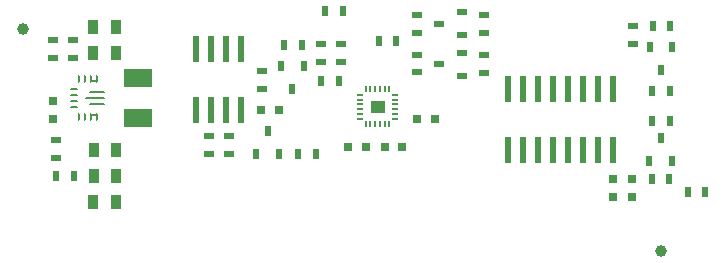
<source format=gtp>
G04*
G04 #@! TF.GenerationSoftware,Altium Limited,Altium Designer,19.0.15 (446)*
G04*
G04 Layer_Color=8421504*
%FSAX25Y25*%
%MOIN*%
G70*
G01*
G75*
%ADD16R,0.02362X0.08661*%
%ADD17R,0.02362X0.08661*%
%ADD18R,0.01968X0.00787*%
%ADD19R,0.00787X0.01968*%
%ADD20R,0.05118X0.04488*%
G04:AMPARAMS|DCode=21|XSize=9.84mil|YSize=27.56mil|CornerRadius=2.46mil|HoleSize=0mil|Usage=FLASHONLY|Rotation=90.000|XOffset=0mil|YOffset=0mil|HoleType=Round|Shape=RoundedRectangle|*
%AMROUNDEDRECTD21*
21,1,0.00984,0.02264,0,0,90.0*
21,1,0.00492,0.02756,0,0,90.0*
1,1,0.00492,0.01132,0.00246*
1,1,0.00492,0.01132,-0.00246*
1,1,0.00492,-0.01132,-0.00246*
1,1,0.00492,-0.01132,0.00246*
%
%ADD21ROUNDEDRECTD21*%
G04:AMPARAMS|DCode=22|XSize=9.84mil|YSize=23.62mil|CornerRadius=2.46mil|HoleSize=0mil|Usage=FLASHONLY|Rotation=0.000|XOffset=0mil|YOffset=0mil|HoleType=Round|Shape=RoundedRectangle|*
%AMROUNDEDRECTD22*
21,1,0.00984,0.01870,0,0,0.0*
21,1,0.00492,0.02362,0,0,0.0*
1,1,0.00492,0.00246,-0.00935*
1,1,0.00492,-0.00246,-0.00935*
1,1,0.00492,-0.00246,0.00935*
1,1,0.00492,0.00246,0.00935*
%
%ADD22ROUNDEDRECTD22*%
G04:AMPARAMS|DCode=23|XSize=9.84mil|YSize=53.15mil|CornerRadius=2.46mil|HoleSize=0mil|Usage=FLASHONLY|Rotation=90.000|XOffset=0mil|YOffset=0mil|HoleType=Round|Shape=RoundedRectangle|*
%AMROUNDEDRECTD23*
21,1,0.00984,0.04823,0,0,90.0*
21,1,0.00492,0.05315,0,0,90.0*
1,1,0.00492,0.02411,0.00246*
1,1,0.00492,0.02411,-0.00246*
1,1,0.00492,-0.02411,-0.00246*
1,1,0.00492,-0.02411,0.00246*
%
%ADD23ROUNDEDRECTD23*%
G04:AMPARAMS|DCode=24|XSize=9.84mil|YSize=66.93mil|CornerRadius=2.46mil|HoleSize=0mil|Usage=FLASHONLY|Rotation=90.000|XOffset=0mil|YOffset=0mil|HoleType=Round|Shape=RoundedRectangle|*
%AMROUNDEDRECTD24*
21,1,0.00984,0.06201,0,0,90.0*
21,1,0.00492,0.06693,0,0,90.0*
1,1,0.00492,0.03100,0.00246*
1,1,0.00492,0.03100,-0.00246*
1,1,0.00492,-0.03100,-0.00246*
1,1,0.00492,-0.03100,0.00246*
%
%ADD24ROUNDEDRECTD24*%
G04:AMPARAMS|DCode=25|XSize=9.84mil|YSize=23.62mil|CornerRadius=2.46mil|HoleSize=0mil|Usage=FLASHONLY|Rotation=90.000|XOffset=0mil|YOffset=0mil|HoleType=Round|Shape=RoundedRectangle|*
%AMROUNDEDRECTD25*
21,1,0.00984,0.01870,0,0,90.0*
21,1,0.00492,0.02362,0,0,90.0*
1,1,0.00492,0.00935,0.00246*
1,1,0.00492,0.00935,-0.00246*
1,1,0.00492,-0.00935,-0.00246*
1,1,0.00492,-0.00935,0.00246*
%
%ADD25ROUNDEDRECTD25*%
%ADD26R,0.01890X0.03740*%
%ADD27R,0.03740X0.01890*%
%ADD28R,0.02362X0.03543*%
%ADD29R,0.03543X0.02362*%
%ADD30R,0.09449X0.06299*%
%ADD31C,0.03937*%
%ADD32R,0.03150X0.03150*%
%ADD33R,0.03150X0.03150*%
%ADD34R,0.03543X0.05118*%
D16*
X0313778Y0173357D02*
D03*
X0293778D02*
D03*
Y0152884D02*
D03*
X0189959Y0186743D02*
D03*
D17*
X0298778Y0152884D02*
D03*
X0303778D02*
D03*
X0308778D02*
D03*
X0313778D02*
D03*
X0298778Y0173357D02*
D03*
X0303778D02*
D03*
X0308778D02*
D03*
X0288778D02*
D03*
X0283778D02*
D03*
X0288778Y0152884D02*
D03*
X0283778D02*
D03*
X0278778D02*
D03*
Y0173357D02*
D03*
X0174959Y0166270D02*
D03*
X0179959D02*
D03*
X0184959D02*
D03*
X0189959D02*
D03*
X0174959Y0186743D02*
D03*
X0179959D02*
D03*
X0184959D02*
D03*
D18*
X0229447Y0171388D02*
D03*
Y0169814D02*
D03*
Y0168239D02*
D03*
Y0166664D02*
D03*
Y0165089D02*
D03*
Y0163514D02*
D03*
X0241258D02*
D03*
Y0165089D02*
D03*
Y0166664D02*
D03*
Y0168239D02*
D03*
Y0169814D02*
D03*
Y0171388D02*
D03*
D19*
X0231416Y0161546D02*
D03*
X0232991D02*
D03*
X0234565D02*
D03*
X0236140D02*
D03*
X0237715D02*
D03*
X0239290D02*
D03*
Y0173357D02*
D03*
X0237715D02*
D03*
X0236140D02*
D03*
X0234565D02*
D03*
X0232991D02*
D03*
X0231416D02*
D03*
D20*
X0235353Y0167451D02*
D03*
D21*
X0140709Y0164690D02*
D03*
Y0175910D02*
D03*
D22*
X0135788Y0176599D02*
D03*
X0137756D02*
D03*
X0139725D02*
D03*
X0141693D02*
D03*
Y0164001D02*
D03*
X0139725D02*
D03*
X0137756D02*
D03*
X0135788D02*
D03*
D23*
X0141792Y0172269D02*
D03*
Y0168332D02*
D03*
D24*
X0141103Y0170300D02*
D03*
D25*
X0134213Y0167347D02*
D03*
Y0169316D02*
D03*
Y0171284D02*
D03*
Y0173253D02*
D03*
D26*
X0325904Y0149237D02*
D03*
X0333542D02*
D03*
X0329723Y0156875D02*
D03*
X0333660Y0187215D02*
D03*
X0326022D02*
D03*
X0329841Y0179577D02*
D03*
X0210825Y0181009D02*
D03*
X0203187D02*
D03*
X0207006Y0173371D02*
D03*
X0194920Y0151625D02*
D03*
X0202558D02*
D03*
X0198739Y0159262D02*
D03*
D27*
X0263581Y0177806D02*
D03*
Y0185443D02*
D03*
X0255943Y0181624D02*
D03*
X0263502Y0191320D02*
D03*
Y0198958D02*
D03*
X0255864Y0195139D02*
D03*
D28*
X0344605Y0139105D02*
D03*
X0338699D02*
D03*
X0235747Y0189498D02*
D03*
X0241652D02*
D03*
X0217792Y0199341D02*
D03*
X0223697D02*
D03*
X0326888Y0162820D02*
D03*
X0332794D02*
D03*
X0326691Y0143332D02*
D03*
X0332597D02*
D03*
X0332794Y0172766D02*
D03*
X0326888D02*
D03*
X0332991Y0194223D02*
D03*
X0327085D02*
D03*
X0210156Y0187924D02*
D03*
X0204251D02*
D03*
X0222361Y0176113D02*
D03*
X0216455D02*
D03*
X0214684Y0151703D02*
D03*
X0208778D02*
D03*
X0134172Y0144223D02*
D03*
X0128266D02*
D03*
D29*
X0320558Y0188368D02*
D03*
Y0194273D02*
D03*
X0248345Y0178869D02*
D03*
Y0184774D02*
D03*
X0270786Y0178672D02*
D03*
Y0184577D02*
D03*
X0248345Y0192186D02*
D03*
Y0198092D02*
D03*
X0270786Y0192058D02*
D03*
Y0197963D02*
D03*
X0216455Y0182412D02*
D03*
Y0188317D02*
D03*
X0179054Y0151703D02*
D03*
Y0157609D02*
D03*
X0223231Y0188317D02*
D03*
Y0182412D02*
D03*
X0185943Y0151703D02*
D03*
Y0157609D02*
D03*
X0196770Y0173357D02*
D03*
Y0179262D02*
D03*
X0128266Y0150522D02*
D03*
Y0156428D02*
D03*
X0133975Y0189695D02*
D03*
Y0183790D02*
D03*
X0127282Y0189695D02*
D03*
Y0183790D02*
D03*
D30*
X0155502Y0177077D02*
D03*
Y0163691D02*
D03*
D31*
X0329960Y0119420D02*
D03*
X0117243Y0193436D02*
D03*
D32*
X0313896Y0137333D02*
D03*
Y0143239D02*
D03*
X0320164Y0137333D02*
D03*
Y0143239D02*
D03*
X0127282Y0163317D02*
D03*
Y0169223D02*
D03*
D33*
X0237715Y0153869D02*
D03*
X0243621D02*
D03*
X0248542Y0163514D02*
D03*
X0254447D02*
D03*
X0231416Y0153869D02*
D03*
X0225510D02*
D03*
X0202479Y0166270D02*
D03*
X0196573D02*
D03*
D34*
X0148148Y0135562D02*
D03*
X0140668D02*
D03*
X0148187Y0144223D02*
D03*
X0140707D02*
D03*
X0148187Y0152963D02*
D03*
X0140707D02*
D03*
X0148148Y0194026D02*
D03*
X0140668D02*
D03*
X0148148Y0185365D02*
D03*
X0140668D02*
D03*
M02*

</source>
